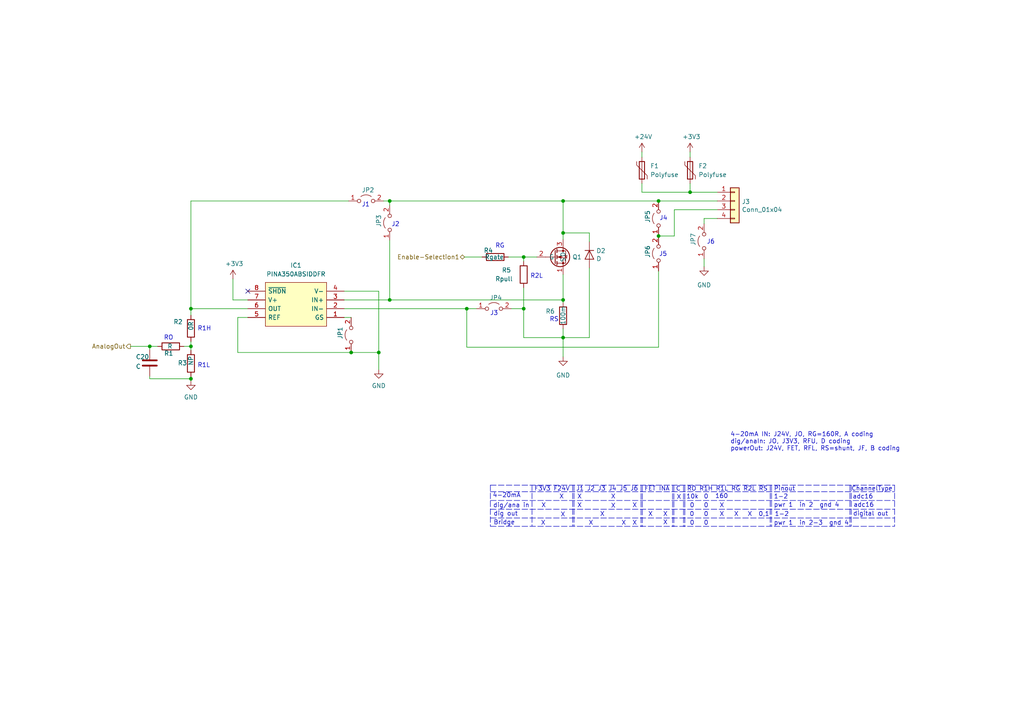
<source format=kicad_sch>
(kicad_sch (version 20211123) (generator eeschema)
  (paper "A4")
  (lib_symbols
    (symbol "Connector_Generic:Conn_01x04" (pin_names (offset 1.016) hide)
      (property "Reference" "J" (at 0 5.08 0))
      (property "Value" "Conn_01x04" (at 0 -7.62 0))
      (symbol "Conn_01x04_1_1"
        (rectangle (start -1.27 -4.953) (end 0 -5.207) (stroke (width 0.1524)))
        (rectangle (start -1.27 -2.413) (end 0 -2.667) (stroke (width 0.1524)))
        (rectangle (start -1.27 0.127) (end 0 -0.127) (stroke (width 0.1524)))
        (rectangle (start -1.27 2.667) (end 0 2.413) (stroke (width 0.1524)))
        (rectangle (start -1.27 3.81) (end 1.27 -6.35) (stroke (width 0.254)) (fill (type background)))
        (pin passive line (at -5.08 2.54 0) (length 3.81) (name "Pin_1") (number "1"))
        (pin passive line (at -5.08 0 0) (length 3.81) (name "Pin_2") (number "2"))
        (pin passive line (at -5.08 -2.54 0) (length 3.81) (name "Pin_3") (number "3"))
        (pin passive line (at -5.08 -5.08 0) (length 3.81) (name "Pin_4") (number "4"))
      )
    )
    (symbol "Device:C" (pin_numbers hide) (pin_names (offset 0.254))
      (property "Reference" "C" (at 0.635 2.54 0))
      (property "Value" "C" (at 0.635 -2.54 0))
      (symbol "C_0_1"
        (polyline (pts (xy -2.032 -0.762) (xy 2.032 -0.762)) (stroke (width 0.508)))
        (polyline (pts (xy -2.032 0.762) (xy 2.032 0.762)) (stroke (width 0.508)))
      )
      (symbol "C_1_1"
        (pin passive line (at 0 3.81 270) (length 2.794) (name "~") (number "1"))
        (pin passive line (at 0 -3.81 90) (length 2.794) (name "~") (number "2"))
      )
    )
    (symbol "Device:D" (pin_numbers hide) (pin_names (offset 1.016) hide)
      (property "Reference" "D" (at 0 2.54 0))
      (property "Value" "D" (at 0 -2.54 0))
      (symbol "D_0_1"
        (polyline (pts (xy -1.27 1.27) (xy -1.27 -1.27)) (stroke (width 0.2032)))
        (polyline (pts (xy 1.27 0) (xy -1.27 0)))
        (polyline (pts (xy 1.27 1.27) (xy 1.27 -1.27) (xy -1.27 0) (xy 1.27 1.27)) (stroke (width 0.2032)))
      )
      (symbol "D_1_1"
        (pin passive line (at -3.81 0 0) (length 2.54) (name "K") (number "1"))
        (pin passive line (at 3.81 0 180) (length 2.54) (name "A") (number "2"))
      )
    )
    (symbol "Device:Polyfuse" (pin_numbers hide) (pin_names (offset 0))
      (property "Reference" "F" (at -2.54 0 90))
      (property "Value" "Polyfuse" (at 2.54 0 90))
      (symbol "Polyfuse_0_1"
        (rectangle (start -0.762 2.54) (end 0.762 -2.54) (stroke (width 0.254)))
        (polyline (pts (xy 0 2.54) (xy 0 -2.54)))
        (polyline (pts (xy -1.524 2.54) (xy -1.524 1.524) (xy 1.524 -1.524) (xy 1.524 -2.54)))
      )
      (symbol "Polyfuse_1_1"
        (pin passive line (at 0 3.81 270) (length 1.27) (name "~") (number "1"))
        (pin passive line (at 0 -3.81 90) (length 1.27) (name "~") (number "2"))
      )
    )
    (symbol "Device:R" (pin_numbers hide) (pin_names (offset 0))
      (property "Reference" "R" (at 2.032 0 90))
      (property "Value" "R" (at 0 0 90))
      (symbol "R_0_1"
        (rectangle (start -1.016 -2.54) (end 1.016 2.54) (stroke (width 0.254)))
      )
      (symbol "R_1_1"
        (pin passive line (at 0 3.81 270) (length 1.27) (name "~") (number "1"))
        (pin passive line (at 0 -3.81 90) (length 1.27) (name "~") (number "2"))
      )
    )
    (symbol "Jumper:Jumper_2_Open" (pin_names (offset 0) hide)
      (property "Reference" "JP" (at 0 2.794 0))
      (property "Value" "Jumper_2_Open" (at 0 -2.286 0))
      (symbol "Jumper_2_Open_0_0"
        (circle (center -2.032 0) (radius 0.508))
        (circle (center 2.032 0) (radius 0.508))
      )
      (symbol "Jumper_2_Open_0_1"
        (arc (start 1.524 1.27) (mid 0 1.778) (end -1.524 1.27))
      )
      (symbol "Jumper_2_Open_1_1"
        (pin passive line (at -5.08 0 0) (length 2.54) (name "A") (number "1"))
        (pin passive line (at 5.08 0 180) (length 2.54) (name "B") (number "2"))
      )
    )
    (symbol "TXV_Library_Symbols:BSZ0902NSATMA1" (pin_names (offset 1.016))
      (property "Reference" "Q" (at -3.81 2.54 0))
      (property "Value" "BSZ0902NSATMA1" (at 11.43 3.81 0))
      (symbol "BSZ0902NSATMA1_1_1"
        (polyline (pts (xy -1.016 0) (xy -3.81 0)))
        (polyline (pts (xy -1.016 1.905) (xy -1.016 -1.905)) (stroke (width 0.254)))
        (polyline (pts (xy -0.508 -1.27) (xy -0.508 -2.286)) (stroke (width 0.254)))
        (polyline (pts (xy -0.508 0.508) (xy -0.508 -0.508)) (stroke (width 0.254)))
        (polyline (pts (xy -0.508 2.286) (xy -0.508 1.27)) (stroke (width 0.254)))
        (polyline (pts (xy 1.27 2.54) (xy 1.27 1.778)))
        (polyline (pts (xy 1.27 -2.54) (xy 1.27 0) (xy -0.508 0)))
        (polyline (pts (xy -0.508 -1.778) (xy 2.032 -1.778) (xy 2.032 1.778) (xy -0.508 1.778)))
        (polyline (pts (xy -0.254 0) (xy 0.762 0.381) (xy 0.762 -0.381) (xy -0.254 0)) (fill (type outline)))
        (polyline (pts (xy 1.524 0.508) (xy 1.651 0.381) (xy 2.413 0.381) (xy 2.54 0.254)))
        (polyline (pts (xy 2.032 0.381) (xy 1.651 -0.254) (xy 2.413 -0.254) (xy 2.032 0.381)))
        (circle (center 0.381 0) (radius 2.794) (stroke (width 0.254)))
        (circle (center 1.27 -1.778) (radius 0.254) (fill (type outline)))
        (circle (center 1.27 1.778) (radius 0.254) (fill (type outline)))
        (pin passive line (at 1.27 -5.08 90) (length 2.54) (name "S") (number "1"))
        (pin input line (at -6.35 0 0) (length 2.54) (name "G") (number "2"))
        (pin passive line (at 1.27 5.08 270) (length 2.54) (name "D") (number "3"))
      )
    )
    (symbol "TXV_Library_Symbols:PINA350ABSIDDFR" (pin_names (offset 0.762))
      (property "Reference" "IC" (at 24.13 7.62 0))
      (property "Value" "PINA350ABSIDDFR" (at 24.13 5.08 0))
      (symbol "PINA350ABSIDDFR_0_0"
        (pin passive line (at 0 0 0) (length 5.08) (name "GS") (number "1"))
        (pin passive line (at 0 -2.54 0) (length 5.08) (name "IN-") (number "2"))
        (pin passive line (at 0 -5.08 0) (length 5.08) (name "IN+") (number "3"))
        (pin passive line (at 0 -7.62 0) (length 5.08) (name "V-") (number "4"))
        (pin passive line (at 27.94 0 180) (length 5.08) (name "REF") (number "5"))
        (pin passive line (at 27.94 -2.54 180) (length 5.08) (name "OUT") (number "6"))
        (pin passive line (at 27.94 -5.08 180) (length 5.08) (name "V+") (number "7"))
        (pin passive line (at 27.94 -7.62 180) (length 5.08) (name "~{SHDN}") (number "8"))
      )
      (symbol "PINA350ABSIDDFR_0_1"
        (polyline (pts (xy 5.08 2.54) (xy 22.86 2.54) (xy 22.86 -10.16) (xy 5.08 -10.16) (xy 5.08 2.54)) (stroke (width 0.1524)) (fill (type background)))
      )
    )
    (symbol "power:+24V" (power) (pin_names (offset 0))
      (property "Value" "+24V" (at 0 3.556 0))
      (symbol "+24V_0_1"
        (polyline (pts (xy -0.762 1.27) (xy 0 2.54)))
        (polyline (pts (xy 0 0) (xy 0 2.54)))
        (polyline (pts (xy 0 2.54) (xy 0.762 1.27)))
      )
      (symbol "+24V_1_1"
        (pin power_in line (at 0 0 90) (length 0) hide (name "+24V") (number "1"))
      )
    )
    (symbol "power:+3.3V" (power) (pin_names (offset 0))
      (property "Value" "+3.3V" (at 0 3.556 0))
      (symbol "+3.3V_0_1"
        (polyline (pts (xy -0.762 1.27) (xy 0 2.54)))
        (polyline (pts (xy 0 0) (xy 0 2.54)))
        (polyline (pts (xy 0 2.54) (xy 0.762 1.27)))
      )
      (symbol "+3.3V_1_1"
        (pin power_in line (at 0 0 90) (length 0) hide (name "+3V3") (number "1"))
      )
    )
    (symbol "power:GND" (power) (pin_names (offset 0))
      (property "Value" "GND" (at 0 -3.81 0))
      (symbol "GND_0_1"
        (polyline (pts (xy 0 0) (xy 0 -1.27) (xy 1.27 -1.27) (xy 0 -2.54) (xy -1.27 -1.27) (xy 0 -1.27)))
      )
      (symbol "GND_1_1"
        (pin power_in line (at 0 0 270) (length 0) hide (name "GND") (number "1"))
      )
    )
  )
  (junction (at 151.892 89.535))
  (junction (at 200.152 55.753))
  (junction (at 163.322 67.564))
  (junction (at 113.03 58.293))
  (junction (at 135.382 89.535))
  (junction (at 191.008 58.293))
  (junction (at 191.008 68.453))
  (junction (at 163.322 86.995))
  (junction (at 163.322 97.917))
  (junction (at 101.854 102.235))
  (junction (at 151.892 74.549))
  (junction (at 43.434 100.457))
  (junction (at 55.372 89.535))
  (junction (at 55.372 100.457))
  (junction (at 109.855 102.235))
  (junction (at 113.03 86.995))
  (junction (at 163.322 58.293))
  (junction (at 55.372 109.855))
  (no_connect (at 71.882 84.455))
  (wire (pts (xy 113.03 69.723) (xy 113.03 86.995)))
  (wire (pts (xy 163.322 79.629) (xy 163.322 86.995)))
  (polyline (pts (xy 246.507 140.716) (xy 246.507 152.654)))
  (polyline (pts (xy 223.774 140.716) (xy 223.774 152.654)))
  (wire (pts (xy 113.03 86.995) (xy 163.322 86.995)))
  (polyline (pts (xy 142.24 140.716) (xy 142.24 152.654)))
  (polyline (pts (xy 186.309 140.843) (xy 186.309 152.781)))
  (wire (pts (xy 55.372 99.06) (xy 55.372 100.457)))
  (polyline (pts (xy 198.628 140.843) (xy 198.628 152.781)))
  (wire (pts (xy 37.846 100.457) (xy 43.434 100.457)))
  (wire (pts (xy 148.336 89.535) (xy 151.892 89.535)))
  (polyline (pts (xy 142.24 140.716) (xy 259.461 140.716)))
  (polyline (pts (xy 166.116 140.716) (xy 166.116 152.654)))
  (polyline (pts (xy 142.24 150.241) (xy 259.461 150.241)))
  (wire (pts (xy 208.026 63.373) (xy 204.216 63.373)))
  (wire (pts (xy 191.008 58.293) (xy 208.026 58.293)))
  (wire (pts (xy 163.322 97.917) (xy 170.942 97.917)))
  (polyline (pts (xy 195.453 140.843) (xy 195.453 152.781)))
  (polyline (pts (xy 142.24 145.161) (xy 259.461 145.161)))
  (wire (pts (xy 200.152 44.069) (xy 200.152 45.593)))
  (wire (pts (xy 135.382 100.711) (xy 135.382 89.535)))
  (wire (pts (xy 113.03 58.293) (xy 163.322 58.293)))
  (wire (pts (xy 55.372 89.535) (xy 71.882 89.535)))
  (wire (pts (xy 204.216 63.373) (xy 204.216 64.897)))
  (wire (pts (xy 151.892 75.819) (xy 151.892 74.549)))
  (wire (pts (xy 43.434 109.093) (xy 43.434 109.855)))
  (wire (pts (xy 191.008 100.711) (xy 135.382 100.711)))
  (wire (pts (xy 186.182 44.069) (xy 186.182 45.593)))
  (wire (pts (xy 191.008 78.613) (xy 191.008 100.711)))
  (wire (pts (xy 113.03 58.293) (xy 113.03 59.563)))
  (polyline (pts (xy 198.247 140.843) (xy 198.247 152.781)))
  (wire (pts (xy 195.58 60.833) (xy 195.58 68.453)))
  (wire (pts (xy 204.216 75.057) (xy 204.216 77.343)))
  (wire (pts (xy 43.434 100.457) (xy 43.434 101.473)))
  (wire (pts (xy 151.892 83.439) (xy 151.892 89.535)))
  (wire (pts (xy 151.892 74.549) (xy 155.702 74.549)))
  (wire (pts (xy 200.152 53.213) (xy 200.152 55.753)))
  (wire (pts (xy 163.322 95.377) (xy 163.322 97.917)))
  (wire (pts (xy 53.34 100.457) (xy 55.372 100.457)))
  (wire (pts (xy 43.434 109.855) (xy 55.372 109.855)))
  (wire (pts (xy 163.322 86.995) (xy 163.322 87.757)))
  (wire (pts (xy 170.942 70.104) (xy 170.942 67.564)))
  (wire (pts (xy 43.434 100.457) (xy 45.72 100.457)))
  (wire (pts (xy 200.152 55.753) (xy 186.182 55.753)))
  (wire (pts (xy 67.564 86.995) (xy 71.882 86.995)))
  (polyline (pts (xy 246.888 140.716) (xy 246.888 152.654)))
  (wire (pts (xy 99.822 89.535) (xy 135.382 89.535)))
  (polyline (pts (xy 142.24 152.654) (xy 259.461 152.654)))
  (wire (pts (xy 170.942 77.724) (xy 170.942 97.917)))
  (polyline (pts (xy 166.497 140.716) (xy 166.497 152.654)))
  (wire (pts (xy 151.892 97.917) (xy 163.322 97.917)))
  (wire (pts (xy 208.026 60.833) (xy 195.58 60.833)))
  (wire (pts (xy 111.252 58.293) (xy 113.03 58.293)))
  (polyline (pts (xy 154.305 140.716) (xy 154.305 152.654)))
  (wire (pts (xy 55.372 109.22) (xy 55.372 109.855)))
  (wire (pts (xy 55.372 58.293) (xy 101.092 58.293)))
  (wire (pts (xy 99.822 84.455) (xy 109.855 84.455)))
  (wire (pts (xy 101.854 92.075) (xy 99.822 92.075)))
  (wire (pts (xy 67.564 80.899) (xy 67.564 86.995)))
  (wire (pts (xy 109.855 84.455) (xy 109.855 102.235)))
  (polyline (pts (xy 142.24 147.701) (xy 259.461 147.701)))
  (wire (pts (xy 71.882 92.075) (xy 68.961 92.075)))
  (polyline (pts (xy 195.072 140.843) (xy 195.072 152.781)))
  (wire (pts (xy 195.58 68.453) (xy 191.008 68.453)))
  (wire (pts (xy 55.372 109.855) (xy 55.372 110.49)))
  (polyline (pts (xy 259.461 140.716) (xy 259.461 152.654)))
  (wire (pts (xy 55.372 89.535) (xy 55.372 58.293)))
  (wire (pts (xy 68.961 92.075) (xy 68.961 102.235)))
  (wire (pts (xy 163.322 97.917) (xy 163.322 103.505)))
  (wire (pts (xy 134.747 74.549) (xy 139.827 74.549)))
  (wire (pts (xy 208.026 55.753) (xy 200.152 55.753)))
  (wire (pts (xy 99.822 86.995) (xy 113.03 86.995)))
  (wire (pts (xy 55.372 100.457) (xy 55.372 101.6)))
  (wire (pts (xy 163.322 67.564) (xy 170.942 67.564)))
  (wire (pts (xy 109.855 102.235) (xy 109.855 107.188)))
  (wire (pts (xy 163.322 58.293) (xy 191.008 58.293)))
  (polyline (pts (xy 142.24 142.621) (xy 259.461 142.621)))
  (wire (pts (xy 186.182 53.213) (xy 186.182 55.753)))
  (wire (pts (xy 68.961 102.235) (xy 101.854 102.235)))
  (wire (pts (xy 135.382 89.535) (xy 138.176 89.535)))
  (wire (pts (xy 151.892 89.535) (xy 151.892 97.917)))
  (polyline (pts (xy 223.393 140.716) (xy 223.393 152.654)))
  (wire (pts (xy 163.322 67.564) (xy 163.322 58.293)))
  (wire (pts (xy 147.447 74.549) (xy 151.892 74.549)))
  (polyline (pts (xy 185.928 140.843) (xy 185.928 152.781)))
  (wire (pts (xy 101.854 102.235) (xy 109.855 102.235)))
  (wire (pts (xy 163.322 67.564) (xy 163.322 69.469)))
  (wire (pts (xy 55.372 89.535) (xy 55.372 91.44)))
  (text "X" (at 173.99 149.987 0) (effects (font (size 1.27 1.27)) (justify left bottom)))
  (text "X" (at 167.386 144.907 0) (effects (font (size 1.27 1.27)) (justify left bottom)))
  (text "RO" (at 47.498 98.806 0) (effects (font (size 1.27 1.27)) (justify left bottom)))
  (text "digital out" (at 247.396 149.86 0) (effects (font (size 1.27 1.27)) (justify left bottom)))
  (text "X" (at 156.972 147.447 0) (effects (font (size 1.27 1.27)) (justify left bottom)))
  (text "RS" (at 159.385 93.472 0) (effects (font (size 1.27 1.27)) (justify left bottom)))
  (text "0" (at 200.025 147.447 0) (effects (font (size 1.27 1.27)) (justify left bottom)))
  (text "X" (at 170.688 152.527 0) (effects (font (size 1.27 1.27)) (justify left bottom)))
  (text "X" (at 183.388 152.527 0) (effects (font (size 1.27 1.27)) (justify left bottom)))
  (text "4-20mA IN: J24V, JO, RG=160R, A coding\ndig/anaIn: JO, J3V3, RFU, D coding\npowerOut: J24V, FET, RFL, RS=shunt, JF, B coding" (at 211.836 130.937 0) (effects (font (size 1.27 1.27)) (justify left bottom)))
  (text "X" (at 177.165 147.574 0) (effects (font (size 1.27 1.27)) (justify left bottom)))
  (text "X" (at 187.96 149.987 0) (effects (font (size 1.27 1.27)) (justify left bottom)))
  (text "X" (at 156.845 152.527 0) (effects (font (size 1.27 1.27)) (justify left bottom)))
  (text "adc16" (at 247.523 147.32 0) (effects (font (size 1.27 1.27)) (justify left bottom)))
  (text "X" (at 212.852 149.987 0) (effects (font (size 1.27 1.27)) (justify left bottom)))
  (text "R2L" (at 153.797 80.899 0) (effects (font (size 1.27 1.27)) (justify left bottom)))
  (text "0" (at 204.089 152.527 0) (effects (font (size 1.27 1.27)) (justify left bottom)))
  (text "X" (at 192.278 152.4 0) (effects (font (size 1.27 1.27)) (justify left bottom)))
  (text "J5" (at 191.135 74.549 0) (effects (font (size 1.27 1.27)) (justify left bottom)))
  (text "X" (at 180.213 152.527 0) (effects (font (size 1.27 1.27)) (justify left bottom)))
  (text "X" (at 216.789 149.987 0) (effects (font (size 1.27 1.27)) (justify left bottom)))
  (text "0,1" (at 219.964 149.987 0) (effects (font (size 1.27 1.27)) (justify left bottom)))
  (text "160" (at 207.391 144.78 0) (effects (font (size 1.27 1.27)) (justify left bottom)))
  (text "0" (at 200.025 152.527 0) (effects (font (size 1.27 1.27)) (justify left bottom)))
  (text "dig/ana in" (at 143.002 147.447 0) (effects (font (size 1.27 1.27)) (justify left bottom)))
  (text "1-2" (at 224.409 144.907 0) (effects (font (size 1.27 1.27)) (justify left bottom)))
  (text "X" (at 162.179 144.907 0) (effects (font (size 1.27 1.27)) (justify left bottom)))
  (text "J6" (at 204.978 70.993 0) (effects (font (size 1.27 1.27)) (justify left bottom)))
  (text "X" (at 167.386 147.447 0) (effects (font (size 1.27 1.27)) (justify left bottom)))
  (text "X" (at 177.165 144.907 0) (effects (font (size 1.27 1.27)) (justify left bottom)))
  (text "R1H" (at 57.277 96.139 0) (effects (font (size 1.27 1.27)) (justify left bottom)))
  (text "adc16" (at 247.269 144.907 0) (effects (font (size 1.27 1.27)) (justify left bottom)))
  (text "F3V3 F24V  J1 J2 J3 J4 J5 J6  FET INA  C  RO R1H R1L RG R2L RS  Pinout                 ChannelType" (at 154.94 142.621 0) (effects (font (size 1.27 1.27)) (justify left bottom)))
  (text "0" (at 204.089 149.987 0) (effects (font (size 1.27 1.27)) (justify left bottom)))
  (text "4-20mA" (at 142.875 144.526 0) (effects (font (size 1.27 1.27)) (justify left bottom)))
  (text "J3" (at 142.113 91.694 0) (effects (font (size 1.27 1.27)) (justify left bottom)))
  (text "Bridge" (at 143.129 152.4 0) (effects (font (size 1.27 1.27)) (justify left bottom)))
  (text "10k" (at 199.009 144.907 0) (effects (font (size 1.27 1.27)) (justify left bottom)))
  (text "dig out" (at 143.129 149.86 0) (effects (font (size 1.27 1.27)) (justify left bottom)))
  (text "R1L" (at 57.277 106.807 0) (effects (font (size 1.27 1.27)) (justify left bottom)))
  (text "0" (at 204.089 144.907 0) (effects (font (size 1.27 1.27)) (justify left bottom)))
  (text "J1" (at 104.902 60.198 0) (effects (font (size 1.27 1.27)) (justify left bottom)))
  (text "RG" (at 143.637 72.136 0) (effects (font (size 1.27 1.27)) (justify left bottom)))
  (text "X" (at 196.215 145.034 0) (effects (font (size 1.27 1.27)) (justify left bottom)))
  (text "pwr 1  in 2-3  gnd 4" (at 224.409 152.527 0) (effects (font (size 1.27 1.27)) (justify left bottom)))
  (text "X" (at 208.661 147.447 0) (effects (font (size 1.27 1.27)) (justify left bottom)))
  (text "pwr 1  in 2  gnd 4" (at 224.409 147.32 0) (effects (font (size 1.27 1.27)) (justify left bottom)))
  (text "X" (at 183.388 147.447 0) (effects (font (size 1.27 1.27)) (justify left bottom)))
  (text "J4" (at 191.262 64.135 0) (effects (font (size 1.27 1.27)) (justify left bottom)))
  (text "0" (at 204.089 147.447 0) (effects (font (size 1.27 1.27)) (justify left bottom)))
  (text "X" (at 162.56 150.114 0) (effects (font (size 1.27 1.27)) (justify left bottom)))
  (text "X" (at 208.661 149.987 0) (effects (font (size 1.27 1.27)) (justify left bottom)))
  (text "1-2" (at 224.663 149.987 0) (effects (font (size 1.27 1.27)) (justify left bottom)))
  (text "J2" (at 113.538 65.913 0) (effects (font (size 1.27 1.27)) (justify left bottom)))
  (text "0" (at 199.9877 149.987 0) (effects (font (size 1.27 1.27)) (justify left bottom)))
  (text "X" (at 192.278 149.987 0) (effects (font (size 1.27 1.27)) (justify left bottom)))
  (hierarchical_label "AnalogOut" (shape output) (at 37.846 100.457 180))
  (hierarchical_label "Enable-Selection1" (shape bidirectional) (at 134.747 74.549 180))
  (symbol (lib_id "power:GND") (at 204.216 77.343 0)
    (property "Reference" "#PWR019" (effects hide))
    (property "Value" "GND" (at 204.216 82.677 0))
  )
  (symbol (lib_id "power:+3.3V") (at 67.564 80.899 0)
    (property "Reference" "#PWR014" (effects hide))
    (property "Value" "+3.3V" (at 67.945 76.5048 0))
  )
  (symbol (lib_id "Device:R") (at 55.372 105.41 0)
    (property "Reference" "R3" (at 51.562 105.283 0) (effects (justify left)))
    (property "Value" "NP" (at 55.372 106.045 90) (effects (justify left)))
    (property "Footprint" "Resistor_SMD:R_0603_1608Metric" (effects hide))
  )
  (symbol (lib_id "TXV_Library_Symbols:BSZ0902NSATMA1") (at 162.052 74.549 0)
    (property "Reference" "Q1" (at 165.989 74.549 0) (effects (justify left)))
    (property "Value" "BSZ0902NSATMA1" (effects hide))
    (property "Footprint" "TXV_Library_Footprints:PG_TSDSON-8" (effects hide))
  )
  (symbol (lib_id "power:GND") (at 55.372 110.49 0)
    (property "Reference" "#PWR013" (effects hide))
    (property "Value" "GND" (at 55.372 115.189 0))
  )
  (symbol (lib_id "Jumper:Jumper_2_Open") (at 191.008 63.373 90)
    (property "Reference" "JP5" (at 187.833 64.643 0) (effects (justify left)))
    (property "Value" "Jumper_2_Open" (effects hide))
    (property "Footprint" "Jumper:SolderJumper-2_P1.3mm_Open_TrianglePad1.0x1.5mm" (effects hide))
  )
  (symbol (lib_id "power:+3.3V") (at 200.152 44.069 0)
    (property "Reference" "#PWR018" (effects hide))
    (property "Value" "+3.3V" (at 200.533 39.6748 0))
  )
  (symbol (lib_id "power:GND") (at 109.855 107.188 0)
    (property "Reference" "#PWR015" (effects hide))
    (property "Value" "GND" (at 109.855 111.887 0))
  )
  (symbol (lib_id "Device:Polyfuse") (at 186.182 49.403 0)
    (property "Reference" "F1" (at 188.595 48.1329 0) (effects (justify left)))
    (property "Value" "Polyfuse" (at 188.595 50.6729 0) (effects (justify left)))
    (property "Footprint" "TXV_Library_Footprints:0805L110SL PPTC Polyfuse Littelfuse" (effects hide))
  )
  (symbol (lib_id "TXV_Library_Symbols:PINA350ABSIDDFR") (at 99.822 92.075 180)
    (property "Reference" "IC1" (at 85.852 76.962 0))
    (property "Value" "PINA350ABSIDDFR" (at 85.852 79.502 0))
    (property "Footprint" "TXV_Library_Footprints:SOT65P280X110-8N" (effects hide))
    (property "Datasheet" "https://www.ti.com/lit/ds/symlink/ina350.pdf?ts=1645143706286&ref_url=https%253A%252F%252Fwww.ti.com%252Fproduct%252FINA350" (effects hide))
    (property "Description" "INA350 Cost and Size Optimized, Low Power, 1.8-V to 5.5-V Selectable Gain Instrumentation Amplifier" (effects hide))
    (property "Height" "1.1" (effects hide))
    (property "Manufacturer_Name" "Texas Instruments" (effects hide))
    (property "Manufacturer_Part_Number" "PINA350ABSIDDFR" (effects hide))
  )
  (symbol (lib_id "Jumper:Jumper_2_Open") (at 101.854 97.155 90)
    (property "Reference" "JP1" (at 98.679 98.425 0) (effects (justify left)))
    (property "Value" "Jumper_2_Open" (effects hide))
    (property "Footprint" "Jumper:SolderJumper-2_P1.3mm_Open_TrianglePad1.0x1.5mm" (effects hide))
  )
  (symbol (lib_id "Device:R") (at 163.322 91.567 0)
    (property "Reference" "R6" (at 158.242 90.297 0) (effects (justify left)))
    (property "Value" "100m" (at 163.322 94.234 90) (effects (justify left)))
    (property "Footprint" "Resistor_SMD:R_0603_1608Metric" (effects hide))
  )
  (symbol (lib_id "Device:C") (at 43.434 105.283 0)
    (property "Reference" "C20" (at 39.37 103.505 0) (effects (justify left)))
    (property "Value" "C" (at 39.37 106.299 0) (effects (justify left)))
    (property "Footprint" "Capacitor_SMD:C_0603_1608Metric" (effects hide))
  )
  (symbol (lib_id "Jumper:Jumper_2_Open") (at 191.008 73.533 90)
    (property "Reference" "JP6" (at 187.833 74.803 0) (effects (justify left)))
    (property "Value" "Jumper_2_Open" (effects hide))
    (property "Footprint" "Jumper:SolderJumper-2_P1.3mm_Open_TrianglePad1.0x1.5mm" (effects hide))
  )
  (symbol (lib_id "Jumper:Jumper_2_Open") (at 143.256 89.535 0)
    (property "Reference" "JP4" (at 141.986 86.36 0) (effects (justify left)))
    (property "Value" "Jumper_2_Open" (effects hide))
    (property "Footprint" "Jumper:SolderJumper-2_P1.3mm_Open_TrianglePad1.0x1.5mm" (effects hide))
  )
  (symbol (lib_id "Device:R") (at 143.637 74.549 90)
    (property "Reference" "R4" (at 143.002 72.644 90) (effects (justify left)))
    (property "Value" "Rgate" (at 146.177 74.549 90) (effects (justify left)))
    (property "Footprint" "Resistor_SMD:R_0603_1608Metric" (effects hide))
  )
  (symbol (lib_id "Jumper:Jumper_2_Open") (at 106.172 58.293 0)
    (property "Reference" "JP2" (at 104.902 55.118 0) (effects (justify left)))
    (property "Value" "Jumper_2_Open" (effects hide))
    (property "Footprint" "Jumper:SolderJumper-2_P1.3mm_Open_TrianglePad1.0x1.5mm" (effects hide))
  )
  (symbol (lib_id "Jumper:Jumper_2_Open") (at 113.03 64.643 90)
    (property "Reference" "JP3" (at 109.855 65.913 0) (effects (justify left)))
    (property "Value" "Jumper_2_Open" (effects hide))
    (property "Footprint" "Jumper:SolderJumper-2_P1.3mm_Open_TrianglePad1.0x1.5mm" (effects hide))
  )
  (symbol (lib_id "Device:D") (at 170.942 73.914 270)
    (property "Reference" "D2" (at 172.9486 72.7456 90) (effects (justify left)))
    (property "Value" "D" (at 172.9486 75.057 90) (effects (justify left)))
    (property "Footprint" "Diode_SMD:D_SOD-123F" (effects hide))
  )
  (symbol (lib_id "power:+24V") (at 186.182 44.069 0)
    (property "Reference" "#PWR017" (effects hide))
    (property "Value" "+24V" (at 186.563 39.6748 0))
  )
  (symbol (lib_id "Device:Polyfuse") (at 200.152 49.403 0)
    (property "Reference" "F2" (at 202.565 48.1329 0) (effects (justify left)))
    (property "Value" "Polyfuse" (at 202.565 50.6729 0) (effects (justify left)))
    (property "Footprint" "TXV_Library_Footprints:0805L110SL PPTC Polyfuse Littelfuse" (effects hide))
  )
  (symbol (lib_id "Connector_Generic:Conn_01x04") (at 213.106 58.293 0)
    (property "Reference" "J3" (at 215.138 58.4962 0) (effects (justify left)))
    (property "Value" "Conn_01x04" (at 215.138 60.8076 0) (effects (justify left)))
    (property "Footprint" "TXV_Library_Footprints:TE_M12_4_Pin_PCB" (effects hide))
  )
  (symbol (lib_id "power:GND") (at 163.322 103.505 0)
    (property "Reference" "#PWR016" (effects hide))
    (property "Value" "GND" (at 163.322 108.839 0))
  )
  (symbol (lib_id "Device:R") (at 151.892 79.629 0)
    (property "Reference" "R5" (at 145.542 78.359 0) (effects (justify left)))
    (property "Value" "Rpull" (at 143.637 80.899 0) (effects (justify left)))
    (property "Footprint" "Resistor_SMD:R_0603_1608Metric" (effects hide))
  )
  (symbol (lib_id "Device:R") (at 55.372 95.25 0)
    (property "Reference" "R2" (at 50.292 93.345 0) (effects (justify left)))
    (property "Value" "0R" (at 55.372 95.885 90) (effects (justify left)))
    (property "Footprint" "Resistor_SMD:R_0603_1608Metric" (effects hide))
  )
  (symbol (lib_id "Jumper:Jumper_2_Open") (at 204.216 69.977 90)
    (property "Reference" "JP7" (at 201.041 71.247 0) (effects (justify left)))
    (property "Value" "Jumper_2_Open" (effects hide))
    (property "Footprint" "Jumper:SolderJumper-2_P1.3mm_Open_TrianglePad1.0x1.5mm" (effects hide))
  )
  (symbol (lib_id "Device:R") (at 49.53 100.457 90)
    (property "Reference" "R1" (at 50.292 102.489 90) (effects (justify left)))
    (property "Value" "R" (at 50.038 100.457 90) (effects (justify left)))
    (property "Footprint" "Resistor_SMD:R_0603_1608Metric" (effects hide))
  )
)
</source>
